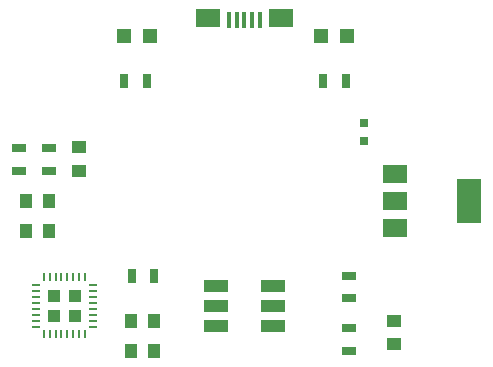
<source format=gbr>
%TF.GenerationSoftware,KiCad,Pcbnew,5.1.8-db9833491~88~ubuntu20.10.1*%
%TF.CreationDate,2020-11-26T22:30:36-06:00*%
%TF.ProjectId,micropad,6d696372-6f70-4616-942e-6b696361645f,rev?*%
%TF.SameCoordinates,Original*%
%TF.FileFunction,Paste,Top*%
%TF.FilePolarity,Positive*%
%FSLAX46Y46*%
G04 Gerber Fmt 4.6, Leading zero omitted, Abs format (unit mm)*
G04 Created by KiCad (PCBNEW 5.1.8-db9833491~88~ubuntu20.10.1) date 2020-11-26 22:30:36*
%MOMM*%
%LPD*%
G01*
G04 APERTURE LIST*
%ADD10R,1.000000X1.250000*%
%ADD11R,1.250000X1.000000*%
%ADD12R,1.200000X1.200000*%
%ADD13R,2.100000X1.600000*%
%ADD14R,0.400000X1.350000*%
%ADD15R,0.700000X1.300000*%
%ADD16R,1.300000X0.700000*%
%ADD17R,2.000000X1.100000*%
%ADD18R,2.000000X1.500000*%
%ADD19R,2.000000X3.800000*%
%ADD20R,1.035000X1.035000*%
%ADD21R,0.250000X0.700000*%
%ADD22R,0.700000X0.250000*%
%ADD23R,0.750000X0.800000*%
G04 APERTURE END LIST*
D10*
%TO.C,C1*%
X43720000Y-52070000D03*
X45720000Y-52070000D03*
%TD*%
%TO.C,C2*%
X45720000Y-54610000D03*
X43720000Y-54610000D03*
%TD*%
%TO.C,C3*%
X36830000Y-44450000D03*
X34830000Y-44450000D03*
%TD*%
%TO.C,C4*%
X34830000Y-41910000D03*
X36830000Y-41910000D03*
%TD*%
D11*
%TO.C,C5*%
X39370000Y-39370000D03*
X39370000Y-37370000D03*
%TD*%
%TO.C,C6*%
X66040000Y-54070000D03*
X66040000Y-52070000D03*
%TD*%
D12*
%TO.C,D1*%
X43180000Y-27940000D03*
X45380000Y-27940000D03*
%TD*%
%TO.C,D2*%
X62060000Y-27940000D03*
X59860000Y-27940000D03*
%TD*%
D13*
%TO.C,J3*%
X56440000Y-26392000D03*
X50240000Y-26392000D03*
D14*
X54640000Y-26617000D03*
X52040000Y-26617000D03*
X53990000Y-26617000D03*
X53340000Y-26617000D03*
X52690000Y-26617000D03*
%TD*%
D15*
%TO.C,R1*%
X45720000Y-48260000D03*
X43820000Y-48260000D03*
%TD*%
%TO.C,R2*%
X45080000Y-31750000D03*
X43180000Y-31750000D03*
%TD*%
%TO.C,R3*%
X60010000Y-31750000D03*
X61910000Y-31750000D03*
%TD*%
D16*
%TO.C,R4*%
X36830000Y-39370000D03*
X36830000Y-37470000D03*
%TD*%
%TO.C,R5*%
X34290000Y-37470000D03*
X34290000Y-39370000D03*
%TD*%
%TO.C,R6*%
X62230000Y-48260000D03*
X62230000Y-50160000D03*
%TD*%
%TO.C,R7*%
X62230000Y-54610000D03*
X62230000Y-52710000D03*
%TD*%
D17*
%TO.C,U3*%
X55740000Y-49100000D03*
X55740000Y-50800000D03*
X55740000Y-52500000D03*
X50940000Y-52500000D03*
X50940000Y-50800000D03*
X50940000Y-49100000D03*
%TD*%
D18*
%TO.C,U1*%
X66090000Y-39610000D03*
X66090000Y-44210000D03*
X66090000Y-41910000D03*
D19*
X72390000Y-41910000D03*
%TD*%
D20*
%TO.C,U2*%
X37236400Y-49936400D03*
X37236400Y-51661400D03*
X38961400Y-49936400D03*
X38961400Y-51661400D03*
D21*
X36348900Y-48398900D03*
X36848900Y-48398900D03*
X37348900Y-48398900D03*
X37848900Y-48398900D03*
X38348900Y-48398900D03*
X38848900Y-48398900D03*
X39348900Y-48398900D03*
X39848900Y-48398900D03*
D22*
X40498900Y-49048900D03*
X40498900Y-49548900D03*
X40498900Y-50048900D03*
X40498900Y-50548900D03*
X40498900Y-51048900D03*
X40498900Y-51548900D03*
X40498900Y-52048900D03*
X40498900Y-52548900D03*
D21*
X39848900Y-53198900D03*
X39348900Y-53198900D03*
X38848900Y-53198900D03*
X38348900Y-53198900D03*
X37848900Y-53198900D03*
X37348900Y-53198900D03*
X36848900Y-53198900D03*
X36348900Y-53198900D03*
D22*
X35698900Y-52548900D03*
X35698900Y-52048900D03*
X35698900Y-51548900D03*
X35698900Y-51048900D03*
X35698900Y-50548900D03*
X35698900Y-50048900D03*
X35698900Y-49548900D03*
X35698900Y-49048900D03*
%TD*%
D23*
%TO.C,F1*%
X63500000Y-36830000D03*
X63500000Y-35330000D03*
%TD*%
M02*

</source>
